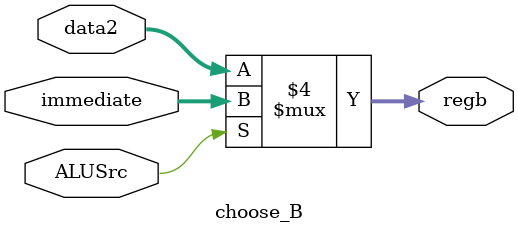
<source format=v>
`timescale 1ns / 1ps


module choose_B(ALUSrc,data2,immediate,regb);
    input ALUSrc;
    input [31:0] data2;
    input [31:0] immediate;
    output [31:0] regb;
    
    always@(ALUSrc or data2 or immediate) begin
        if(ALUSrc == 0)
            regb = data2;
        else
            regb = immediate;
    end
endmodule

</source>
